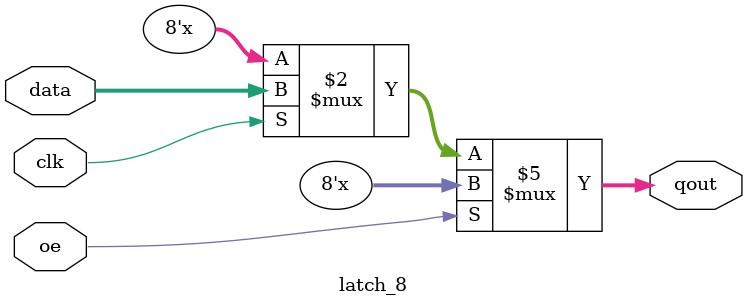
<source format=v>
module  	latch_8(oe,qout,data,clk);
input 		oe;
output[7:0] qout;
input[7:0]  data;
input  		clk;
reg[7:0]  	qout;
always @(clk or data)
begin
	if(oe)
		qout <= 8'hz;
	else
	begin
	if(clk) 
		qout <= data;
	end
end
endmodule


</source>
